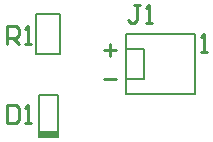
<source format=gto>
G04*
G04 #@! TF.GenerationSoftware,Altium Limited,Altium Designer,21.5.1 (32)*
G04*
G04 Layer_Color=65535*
%FSLAX25Y25*%
%MOIN*%
G70*
G04*
G04 #@! TF.SameCoordinates,7F1FC79F-1769-4250-B25E-F515DFE62234*
G04*
G04*
G04 #@! TF.FilePolarity,Positive*
G04*
G01*
G75*
%ADD10C,0.00787*%
%ADD11C,0.01000*%
%ADD12R,0.06299X0.01968*%
D10*
X45587Y36339D02*
X51587D01*
Y46339D01*
X45587D02*
X51587D01*
X45587Y51339D02*
X68587D01*
X45587Y31339D02*
Y51339D01*
Y31339D02*
X68587D01*
Y51339D01*
X16535Y17028D02*
X22835D01*
Y31201D01*
X16535D02*
X22835D01*
X16535Y17028D02*
Y31201D01*
X23622Y44685D02*
Y58071D01*
X15748Y44685D02*
X23622D01*
X15748Y58071D02*
X23622D01*
X15748Y44685D02*
Y58071D01*
D11*
X70587Y45339D02*
X72586D01*
X71586D01*
Y51337D01*
X70587Y50337D01*
X38402Y36433D02*
X42400D01*
X38402Y46306D02*
X42400D01*
X40401Y48306D02*
Y44307D01*
X5844Y48182D02*
Y54180D01*
X8843D01*
X9843Y53180D01*
Y51181D01*
X8843Y50181D01*
X5844D01*
X7843D02*
X9843Y48182D01*
X11842D02*
X13841D01*
X12842D01*
Y54180D01*
X11842Y53180D01*
X50168Y61297D02*
X48169D01*
X49168D01*
Y56299D01*
X48169Y55299D01*
X47169D01*
X46169Y56299D01*
X52167Y55299D02*
X54167D01*
X53167D01*
Y61297D01*
X52167Y60298D01*
X5844Y27901D02*
Y21903D01*
X8843D01*
X9843Y22902D01*
Y26901D01*
X8843Y27901D01*
X5844D01*
X11842Y21903D02*
X13841D01*
X12842D01*
Y27901D01*
X11842Y26901D01*
D12*
X19685Y18012D02*
D03*
M02*

</source>
